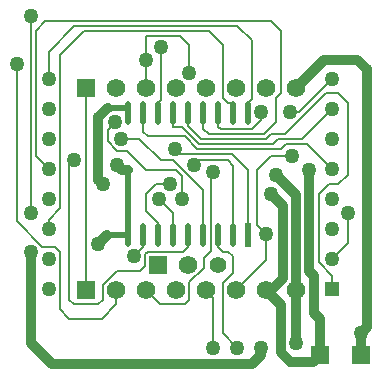
<source format=gbl>
%FSLAX23Y23*%
%MOIN*%
G70*
G01*
G75*
%ADD10R,0.030X0.030*%
%ADD11O,0.059X0.018*%
%ADD12R,0.059X0.018*%
%ADD13R,0.018X0.059*%
%ADD14C,0.032*%
%ADD15C,0.015*%
%ADD16C,0.016*%
%ADD17C,0.025*%
%ADD18C,0.008*%
%ADD19R,0.050X0.050*%
%ADD20C,0.050*%
%ADD21C,0.055*%
%ADD22C,0.062*%
%ADD23R,0.062X0.062*%
%ADD24R,0.022X0.079*%
%ADD25O,0.022X0.079*%
%ADD26R,0.060X0.060*%
%ADD27C,0.020*%
D14*
X10825Y7561D02*
Y7633D01*
X10542Y8161D02*
X10610Y8093D01*
X10825Y7633D02*
X10846Y7654D01*
Y8513D01*
X10814Y8545D02*
X10846Y8513D01*
X10704Y8545D02*
X10814D01*
X10610Y8451D02*
X10704Y8545D01*
X10654Y7841D02*
Y8177D01*
Y7841D02*
X10670Y7825D01*
Y7701D02*
Y7825D01*
Y7701D02*
X10690Y7681D01*
Y7561D02*
Y7681D01*
X10666Y7537D02*
X10690Y7561D01*
X10590Y7537D02*
X10666D01*
X10558Y7569D02*
X10590Y7537D01*
X10558Y7569D02*
Y7728D01*
X9950Y8145D02*
X9966Y8129D01*
X9950Y8145D02*
Y8353D01*
X9982Y8385D01*
X10526Y8097D02*
X10566Y8057D01*
Y7816D02*
Y8057D01*
X9950Y7931D02*
X9980Y7961D01*
X9726Y7601D02*
Y7905D01*
Y7601D02*
X9797Y7530D01*
X10462D01*
X10494Y7562D01*
Y7585D01*
X10030Y8177D02*
X10050D01*
X10014Y8193D02*
X10030Y8177D01*
X10518Y7768D02*
X10558Y7728D01*
X10510Y7776D02*
X10518Y7768D01*
X10566Y7816D01*
X10610Y7601D02*
Y7776D01*
Y8093D01*
D18*
X10450Y8366D02*
Y8401D01*
X10462Y8413D01*
Y8609D01*
X10414Y8657D02*
X10462Y8609D01*
X9870Y8657D02*
X10414D01*
X9785Y8572D02*
X9870Y8657D01*
X9785Y8481D02*
Y8572D01*
X10400Y8366D02*
Y8401D01*
X10382D02*
X10400D01*
X10366Y8417D02*
X10382Y8401D01*
X10366Y8417D02*
Y8593D01*
X10318Y8641D02*
X10366Y8593D01*
X9902Y8641D02*
X10318D01*
X9822Y8561D02*
X9902Y8641D01*
X9822Y8049D02*
Y8561D01*
X9785Y8012D02*
X9822Y8049D01*
X9785Y7981D02*
Y8012D01*
X10730Y7881D02*
X10782Y7933D01*
Y8033D01*
X10158Y8409D02*
Y8588D01*
X10150Y8401D02*
X10158Y8409D01*
X10150Y8366D02*
Y8401D01*
X9742Y8224D02*
X9785Y8181D01*
X9742Y8224D02*
Y8641D01*
X9774Y8673D01*
X10526D01*
X10558Y8641D01*
Y8433D02*
Y8641D01*
X10542Y8417D02*
X10558Y8433D01*
X10542Y8337D02*
Y8417D01*
X10502Y8297D02*
X10542Y8337D01*
X10318Y8297D02*
X10502D01*
X10300Y8315D02*
X10318Y8297D01*
X10300Y8315D02*
Y8366D01*
X10270Y8193D02*
X10286Y8209D01*
X10382D01*
X10400Y8191D01*
Y7961D02*
Y8191D01*
X9910Y7776D02*
Y8451D01*
X9726Y8033D02*
Y8689D01*
X10647Y8264D02*
X10730Y8181D01*
X10576Y8264D02*
X10647D01*
X10558Y8246D02*
X10576Y8264D01*
X10281Y8246D02*
X10558D01*
X10238Y8289D02*
X10281Y8246D01*
X10116Y8289D02*
X10238D01*
X10100Y8305D02*
X10116Y8289D01*
X10100Y8305D02*
Y8366D01*
X10510Y7876D02*
Y7963D01*
X10410Y7776D02*
X10510Y7876D01*
X10300Y7961D02*
Y8110D01*
X10201Y8209D02*
X10300Y8110D01*
X10158Y8209D02*
X10201D01*
X10086Y8281D02*
X10158Y8209D01*
X10027Y8281D02*
X10086D01*
X9854Y8193D02*
X9870Y8209D01*
X9854Y7745D02*
Y8193D01*
Y7745D02*
X9870Y7729D01*
X9950D01*
X9966Y7745D01*
Y7793D01*
X10014Y7841D01*
X10091D01*
X10107Y7857D01*
Y7897D01*
X10115Y7905D01*
X10234D01*
X10250Y7921D01*
Y7961D01*
X10153Y8081D02*
X10200Y8034D01*
Y7961D02*
Y8034D01*
X10142Y8129D02*
X10190D01*
X10110Y8097D02*
X10142Y8129D01*
X10110Y8041D02*
Y8097D01*
Y8041D02*
X10150Y8001D01*
Y7961D02*
Y8001D01*
X10070Y7889D02*
X10100Y7919D01*
Y7961D01*
X10230Y8081D02*
Y8157D01*
X10210Y8177D02*
X10230Y8157D01*
X10110Y8177D02*
X10210D01*
X10046Y8241D02*
X10110Y8177D01*
X10014Y8241D02*
X10046D01*
X9982Y8273D02*
X10014Y8241D01*
X9982Y8273D02*
Y8309D01*
X10006Y8333D01*
Y8337D01*
X10478Y7995D02*
X10510Y7963D01*
X10478Y7995D02*
Y8177D01*
X10526Y8225D01*
X10595D01*
X10334Y7585D02*
Y7752D01*
X10310Y7776D02*
X10334Y7752D01*
X10110Y8625D02*
X10222D01*
X10254Y8593D01*
Y8499D02*
Y8593D01*
X9678Y8007D02*
Y8529D01*
Y8007D02*
X9764Y7921D01*
X9806D01*
X9822Y7905D01*
Y7713D02*
Y7905D01*
Y7713D02*
X9854Y7681D01*
X9962D01*
X10010Y7729D01*
Y7776D01*
X10326Y8164D02*
X10334Y8172D01*
X10326Y7908D02*
Y8164D01*
X10302Y7884D02*
X10326Y7908D01*
X10302Y7851D02*
Y7884D01*
X10254Y7803D02*
X10302Y7851D01*
X10254Y7745D02*
Y7803D01*
X10238Y7729D02*
X10254Y7745D01*
X10157Y7729D02*
X10238D01*
X10110Y7776D02*
X10157Y7729D01*
X10450Y7961D02*
Y8177D01*
X10397Y8230D02*
X10450Y8177D01*
X10214Y8230D02*
X10397D01*
X10206Y8238D02*
X10214Y8230D01*
X10206Y8238D02*
Y8246D01*
X10366Y7633D02*
X10414Y7585D01*
X10366Y7633D02*
Y7802D01*
X10398Y7834D01*
Y7889D01*
X10382Y7905D02*
X10398Y7889D01*
X10366Y7905D02*
X10382D01*
X10350Y7921D02*
X10366Y7905D01*
X10350Y7921D02*
Y7961D01*
X10630Y8281D02*
X10730Y8381D01*
X10550Y8281D02*
X10630D01*
X10534Y8265D02*
X10550Y8281D01*
X10285Y8265D02*
X10534D01*
X10229Y8321D02*
X10285Y8265D01*
X10200Y8321D02*
X10229D01*
X10200D02*
Y8366D01*
X10730Y7781D02*
Y7825D01*
X10686Y7869D02*
X10730Y7825D01*
X10686Y7869D02*
Y8097D01*
X10718Y8129D01*
X10750D01*
X10782Y8161D01*
Y8401D01*
X10750Y8433D02*
X10782Y8401D01*
X10709Y8433D02*
X10750D01*
X10573Y8297D02*
X10709Y8433D01*
X10526Y8297D02*
X10573D01*
X10510Y8281D02*
X10526Y8297D01*
X10292Y8281D02*
X10510D01*
X10250Y8323D02*
X10292Y8281D01*
X10250Y8323D02*
Y8366D01*
X10618Y8369D02*
X10730Y8481D01*
X10590Y8369D02*
X10618D01*
X10494Y8345D02*
Y8369D01*
X10462Y8313D02*
X10494Y8345D01*
X10358Y8313D02*
X10462D01*
X10350Y8321D02*
X10358Y8313D01*
X10350Y8321D02*
Y8366D01*
X10110Y8451D02*
Y8545D01*
Y8625D01*
D19*
X10730Y7781D02*
D03*
D20*
Y7881D02*
D03*
Y7981D02*
D03*
Y8081D02*
D03*
Y8181D02*
D03*
Y8281D02*
D03*
Y8381D02*
D03*
Y8481D02*
D03*
X9785Y7781D02*
D03*
Y7881D02*
D03*
Y7981D02*
D03*
Y8081D02*
D03*
Y8181D02*
D03*
Y8281D02*
D03*
Y8381D02*
D03*
Y8481D02*
D03*
X10825Y7633D02*
D03*
X10542Y8161D02*
D03*
X10782Y8033D02*
D03*
X10158Y8588D02*
D03*
X10270Y8193D02*
D03*
X9726Y8033D02*
D03*
Y8689D02*
D03*
X10654Y8177D02*
D03*
X10510Y7963D02*
D03*
X10027Y8281D02*
D03*
X9870Y8209D02*
D03*
X10153Y8081D02*
D03*
X10190Y8129D02*
D03*
X10070Y7889D02*
D03*
X10230Y8081D02*
D03*
X10006Y8337D02*
D03*
X10595Y8225D02*
D03*
X10334Y7585D02*
D03*
X10254Y8499D02*
D03*
X10110Y8545D02*
D03*
X9678Y8529D02*
D03*
X10334Y8172D02*
D03*
X10206Y8246D02*
D03*
X10414Y7585D02*
D03*
X10590Y8369D02*
D03*
X10494D02*
D03*
X9966Y8129D02*
D03*
X10526Y8097D02*
D03*
X9950Y7931D02*
D03*
X9726Y7905D02*
D03*
X10494Y7585D02*
D03*
X10610Y7601D02*
D03*
X10014Y8193D02*
D03*
D21*
X10350Y7861D02*
D03*
D22*
X10250D02*
D03*
X10010Y8451D02*
D03*
X10110D02*
D03*
X10210D02*
D03*
X10310D02*
D03*
X10410D02*
D03*
X10510D02*
D03*
X10610D02*
D03*
X10010Y7776D02*
D03*
X10110Y7776D02*
D03*
X10210D02*
D03*
X10310D02*
D03*
X10410D02*
D03*
X10510D02*
D03*
X10610D02*
D03*
D23*
X10150Y7861D02*
D03*
X9910Y8451D02*
D03*
Y7776D02*
D03*
D24*
X10450Y7961D02*
D03*
D25*
X10400D02*
D03*
X10350D02*
D03*
X10300D02*
D03*
X10250D02*
D03*
X10200D02*
D03*
X10150D02*
D03*
X10100D02*
D03*
X10050D02*
D03*
X10450Y8366D02*
D03*
X10400D02*
D03*
X10350D02*
D03*
X10300D02*
D03*
X10250D02*
D03*
X10200D02*
D03*
X10150D02*
D03*
X10100D02*
D03*
X10050D02*
D03*
D26*
X10825Y7561D02*
D03*
X10690D02*
D03*
D27*
X9982Y8385D02*
X10050D01*
Y8366D02*
Y8385D01*
X9980Y7961D02*
X10050D01*
Y8177D01*
M02*

</source>
